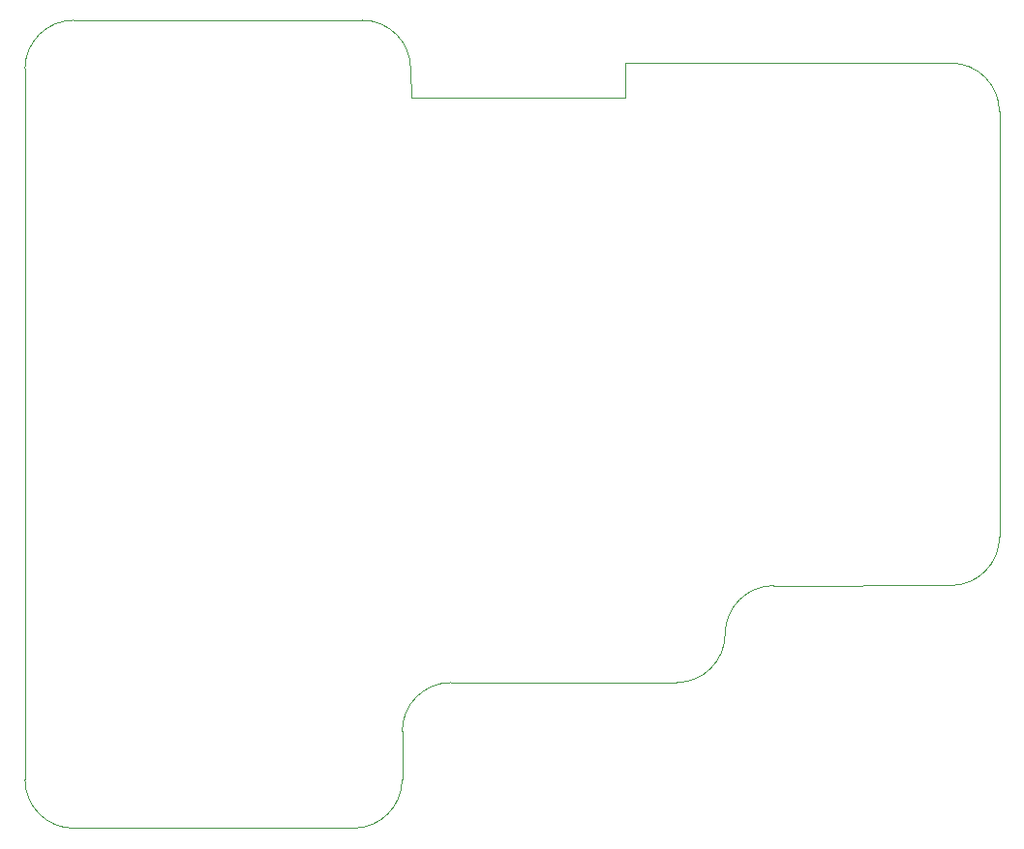
<source format=gbr>
%TF.GenerationSoftware,KiCad,Pcbnew,(6.0.1)*%
%TF.CreationDate,2022-11-29T11:46:24-05:00*%
%TF.ProjectId,Front Board,46726f6e-7420-4426-9f61-72642e6b6963,rev?*%
%TF.SameCoordinates,Original*%
%TF.FileFunction,Profile,NP*%
%FSLAX46Y46*%
G04 Gerber Fmt 4.6, Leading zero omitted, Abs format (unit mm)*
G04 Created by KiCad (PCBNEW (6.0.1)) date 2022-11-29 11:46:24*
%MOMM*%
%LPD*%
G01*
G04 APERTURE LIST*
%TA.AperFunction,Profile*%
%ADD10C,0.100000*%
%TD*%
G04 APERTURE END LIST*
D10*
X141044481Y-66287044D02*
G75*
G03*
X136794481Y-62031840I-4255208J-1D01*
G01*
X144550000Y-120030001D02*
G75*
G03*
X140301840Y-124285519I12588J-4260732D01*
G01*
X111557044Y-62035519D02*
G75*
G03*
X107301840Y-66285519I1J-4255208D01*
G01*
X188292956Y-111524482D02*
G75*
G03*
X192550000Y-107280000I-1J4257064D01*
G01*
X159800000Y-65780000D02*
X159800000Y-68830000D01*
X107305519Y-128522956D02*
X107301840Y-70035519D01*
X159800000Y-65780000D02*
X184050000Y-65780000D01*
X141100000Y-68830000D02*
X159600000Y-68830000D01*
X136794481Y-62031840D02*
X115800000Y-62030000D01*
X192544481Y-70037044D02*
X192550000Y-107280000D01*
X164292956Y-120024481D02*
G75*
G03*
X168551840Y-115785519I-6J4258937D01*
G01*
X154300000Y-120030000D02*
X144550000Y-120030000D01*
X107305519Y-128522956D02*
G75*
G03*
X111555519Y-132778160I4255208J1D01*
G01*
X164292956Y-120024481D02*
X154300000Y-120030000D01*
X115800000Y-62030000D02*
X111557044Y-62035519D01*
X136042956Y-132774481D02*
G75*
G03*
X140298160Y-128524481I-1J4255208D01*
G01*
X159800000Y-68830000D02*
X159600000Y-68830000D01*
X111555519Y-132778160D02*
X136042956Y-132774481D01*
X141044481Y-66287044D02*
X141100000Y-68830000D01*
X188294481Y-65781840D02*
X184050000Y-65780000D01*
X107301840Y-66285519D02*
X107301840Y-70035519D01*
X140301840Y-124285519D02*
X140298160Y-128524481D01*
X192544481Y-70037044D02*
G75*
G03*
X188294481Y-65781840I-4255208J-1D01*
G01*
X188292956Y-111524481D02*
X172807044Y-111535519D01*
X172807044Y-111535519D02*
G75*
G03*
X168551840Y-115785519I1J-4255208D01*
G01*
M02*

</source>
